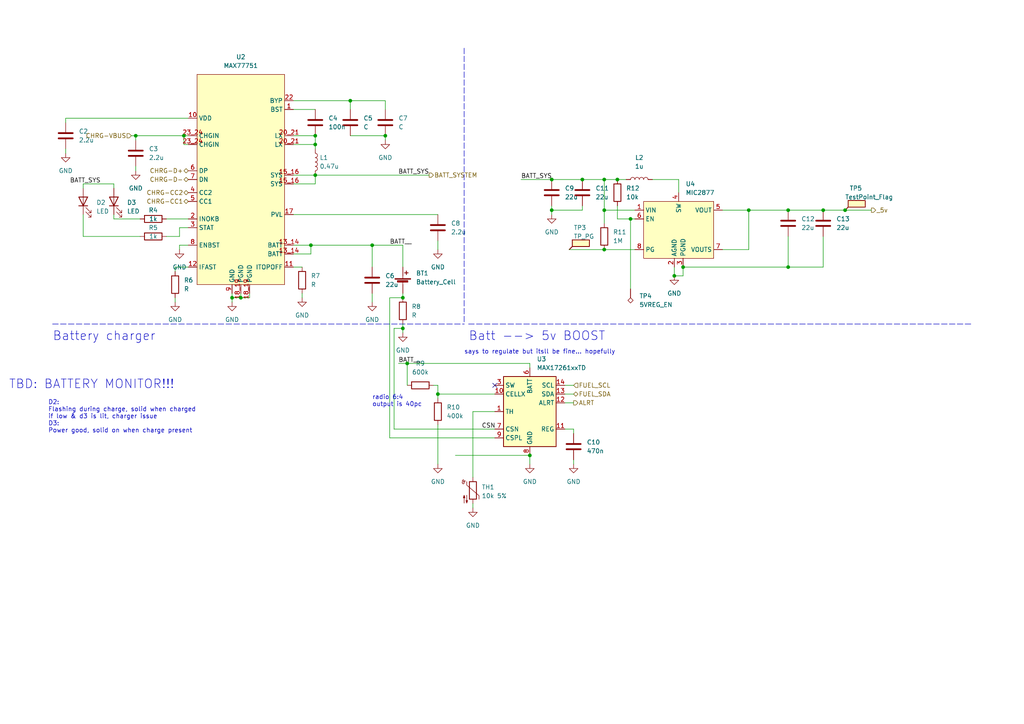
<source format=kicad_sch>
(kicad_sch (version 20211123) (generator eeschema)
  (paper "A4")
  (title_block (title "Battery / Power") (rev "indev.") (comment 1 "https://github.com/cinnamondev/gamepithing"))
  (lib_symbols
    (symbol "Battery_Management:MAX17261xxTD"
      (property "Reference" "U" (at -6.985 11.43 0))
      (property "Value" "MAX17261xxTD" (at 8.255 11.43 0))
      (symbol "MAX17261xxTD_0_1"
        (rectangle (start -7.62 10.16) (end 7.62 -10.16) (stroke (width 0.254)) (fill (type background)))
      )
      (symbol "MAX17261xxTD_1_1"
        (pin passive line (at -10.16 0 0) (length 2.54) (name "TH") (number "1"))
        (pin input line (at -10.16 5.08 0) (length 2.54) (name "CELLX") (number "10"))
        (pin power_out line (at 10.16 -5.08 180) (length 2.54) (name "REG") (number "11"))
        (pin open_collector line (at 10.16 2.54 180) (length 2.54) (name "ALRT") (number "12"))
        (pin bidirectional line (at 10.16 5.08 180) (length 2.54) (name "SDA") (number "13"))
        (pin input line (at 10.16 7.62 180) (length 2.54) (name "SCL") (number "14"))
        (pin passive line (at 0 -12.7 90) (length 2.54) hide (name "GND") (number "15"))
        (pin no_connect line (at 2.54 -10.16 90) (length 2.54) hide (name "NC") (number "2"))
        (pin output line (at -10.16 7.62 0) (length 2.54) (name "SW") (number "3"))
        (pin no_connect line (at -2.54 -10.16 90) (length 2.54) hide (name "NC") (number "4"))
        (pin no_connect line (at 5.08 -10.16 90) (length 2.54) hide (name "NC") (number "5"))
        (pin power_in line (at 0 12.7 270) (length 2.54) (name "BATT") (number "6"))
        (pin passive line (at -10.16 -5.08 0) (length 2.54) (name "CSN") (number "7"))
        (pin power_in line (at 0 -12.7 90) (length 2.54) (name "GND") (number "8"))
        (pin passive line (at -10.16 -7.62 0) (length 2.54) (name "CSPL") (number "9"))
      )
    )
    (symbol "CM4IO:MAX77751"
      (property "Reference" "U2" (at 0 19.05 0))
      (property "Value" "MAX77751" (at 0 16.51 0))
      (symbol "MAX77751_0_1"
        (rectangle (start -12.7 13.97) (end 12.7 -46.99) (stroke (width 0.1524)) (fill (type background)))
      )
      (symbol "MAX77751_1_1"
        (pin input line (at 15.24 3.81 180) (length 2.54) (name "BST") (number "1"))
        (pin power_in line (at -15.24 1.27 0) (length 2.54) (name "VDD") (number "10"))
        (pin input line (at 15.24 -41.91 180) (length 2.54) (name "ITOPOFF") (number "11"))
        (pin input line (at -15.24 -41.91 0) (length 2.54) (name "IFAST") (number "12"))
        (pin power_in line (at 15.24 -38.1 180) (length 2.54) (name "BATT") (number "13_14"))
        (pin power_in line (at 15.24 -35.56 180) (length 2.54) (name "BATT") (number "13_14"))
        (pin power_out line (at 15.24 -17.78 180) (length 2.54) (name "SYS") (number "15_16"))
        (pin power_out line (at 15.24 -15.24 180) (length 2.54) (name "SYS") (number "15_16"))
        (pin input line (at 15.24 -26.67 180) (length 2.54) (name "PVL") (number "17"))
        (pin power_in line (at 0 -49.53 90) (length 2.54) (name "PGND") (number "18_19"))
        (pin power_in line (at 2.54 -49.53 90) (length 2.54) (name "PGND") (number "18_19"))
        (pin output line (at -15.24 -27.94 0) (length 2.54) (name "INOKB") (number "2"))
        (pin input line (at 15.24 -6.35 180) (length 2.54) (name "LX") (number "20_21"))
        (pin input line (at 15.24 -3.81 180) (length 2.54) (name "LX") (number "20_21"))
        (pin input line (at 15.24 6.35 180) (length 2.54) (name "BYP") (number "22"))
        (pin power_in line (at -15.24 -6.35 0) (length 2.54) (name "CHGIN") (number "23_24"))
        (pin power_in line (at -15.24 -3.81 0) (length 2.54) (name "CHGIN") (number "23_24"))
        (pin output line (at -15.24 -30.48 0) (length 2.54) (name "STAT") (number "3"))
        (pin input line (at -15.24 -20.32 0) (length 2.54) (name "CC2") (number "4"))
        (pin input line (at -15.24 -22.86 0) (length 2.54) (name "CC1") (number "5"))
        (pin input line (at -15.24 -13.97 0) (length 2.54) (name "DP") (number "6"))
        (pin input line (at -15.24 -16.51 0) (length 2.54) (name "DN") (number "7"))
        (pin input line (at -15.24 -35.56 0) (length 2.54) (name "ENBST") (number "8"))
        (pin power_in line (at -2.54 -49.53 90) (length 2.54) (name "GND") (number "9"))
      )
    )
    (symbol "CM4IO:MIC2877"
      (property "Reference" "U" (at 0 0 0))
      (property "Value" "MIC2877" (at 0 0 0))
      (symbol "MIC2877_0_1"
        (rectangle (start -10.16 -1.27) (end 10.16 -17.78) (fill (type background)))
      )
      (symbol "MIC2877_1_1"
        (pin power_in line (at -12.7 -3.81 0) (length 2.54) (name "VIN") (number "1"))
        (pin power_in line (at -1.27 -20.32 90) (length 2.54) (name "AGND") (number "2"))
        (pin power_in line (at 1.27 -20.32 90) (length 2.54) (name "PGND") (number "3"))
        (pin power_out line (at 0 1.27 270) (length 2.54) (name "SW") (number "4"))
        (pin power_out line (at 12.7 -3.81 180) (length 2.54) (name "VOUT") (number "5"))
        (pin input line (at -12.7 -6.35 0) (length 2.54) (name "EN") (number "6"))
        (pin power_out line (at 12.7 -15.24 180) (length 2.54) (name "VOUTS") (number "7"))
        (pin input line (at -12.7 -15.24 0) (length 2.54) (name "PG") (number "8"))
      )
    )
    (symbol "Connector:TestPoint_Alt" (pin_numbers hide) (pin_names (offset 0.762) hide)
      (property "Reference" "TP" (at 0 6.858 0))
      (property "Value" "TestPoint_Alt" (at 0 5.08 0))
      (symbol "TestPoint_Alt_0_1"
        (polyline (pts (xy 0 2.54) (xy -0.762 3.302) (xy 0 4.064) (xy 0.762 3.302) (xy 0 2.54)))
      )
      (symbol "TestPoint_Alt_1_1"
        (pin passive line (at 0 0 90) (length 2.54) (name "1") (number "1"))
      )
    )
    (symbol "Connector:TestPoint_Flag" (pin_numbers hide) (pin_names (offset 0.762) hide)
      (property "Reference" "TP" (at 3.429 1.778 0))
      (property "Value" "TestPoint_Flag" (at 3.302 4.191 0))
      (symbol "TestPoint_Flag_0_1"
        (polyline (pts (xy 0 0) (xy 0.889 0.889)) (stroke (width 0.254)))
        (rectangle (start 0.889 2.794) (end 5.842 0.889) (stroke (width 0.254)) (fill (type background)))
      )
      (symbol "TestPoint_Flag_1_1"
        (pin passive line (at 0 0 90) (length 0) (name "1") (number "1"))
      )
    )
    (symbol "Device:Battery_Cell" (pin_numbers hide) (pin_names (offset 0) hide)
      (property "Reference" "BT" (at 2.54 2.54 0))
      (property "Value" "Battery_Cell" (at 2.54 0 0))
      (symbol "Battery_Cell_0_1"
        (rectangle (start -2.286 1.778) (end 2.286 1.524) (fill (type outline)))
        (rectangle (start -1.5748 1.1938) (end 1.4732 0.6858) (fill (type outline)))
        (polyline (pts (xy 0 0.762) (xy 0 0)))
        (polyline (pts (xy 0 1.778) (xy 0 2.54)))
        (polyline (pts (xy 0.508 3.429) (xy 1.524 3.429)) (stroke (width 0.254)))
        (polyline (pts (xy 1.016 3.937) (xy 1.016 2.921)) (stroke (width 0.254)))
      )
      (symbol "Battery_Cell_1_1"
        (pin passive line (at 0 5.08 270) (length 2.54) (name "+") (number "1"))
        (pin passive line (at 0 -2.54 90) (length 2.54) (name "-") (number "2"))
      )
    )
    (symbol "Device:C" (pin_numbers hide) (pin_names (offset 0.254))
      (property "Reference" "C" (at 0.635 2.54 0))
      (property "Value" "C" (at 0.635 -2.54 0))
      (symbol "C_0_1"
        (polyline (pts (xy -2.032 -0.762) (xy 2.032 -0.762)) (stroke (width 0.508)))
        (polyline (pts (xy -2.032 0.762) (xy 2.032 0.762)) (stroke (width 0.508)))
      )
      (symbol "C_1_1"
        (pin passive line (at 0 3.81 270) (length 2.794) (name "~") (number "1"))
        (pin passive line (at 0 -3.81 90) (length 2.794) (name "~") (number "2"))
      )
    )
    (symbol "Device:L" (pin_numbers hide) (pin_names (offset 1.016) hide)
      (property "Reference" "L" (at -1.27 0 90))
      (property "Value" "L" (at 1.905 0 90))
      (symbol "L_0_1"
        (arc (start 0 -2.54) (mid 0.635 -1.905) (end 0 -1.27))
        (arc (start 0 -1.27) (mid 0.635 -0.635) (end 0 0))
        (arc (start 0 0) (mid 0.635 0.635) (end 0 1.27))
        (arc (start 0 1.27) (mid 0.635 1.905) (end 0 2.54))
      )
      (symbol "L_1_1"
        (pin passive line (at 0 3.81 270) (length 1.27) (name "1") (number "1"))
        (pin passive line (at 0 -3.81 90) (length 1.27) (name "2") (number "2"))
      )
    )
    (symbol "Device:LED" (pin_numbers hide) (pin_names (offset 1.016) hide)
      (property "Reference" "D" (at 0 2.54 0))
      (property "Value" "LED" (at 0 -2.54 0))
      (symbol "LED_0_1"
        (polyline (pts (xy -1.27 -1.27) (xy -1.27 1.27)) (stroke (width 0.254)))
        (polyline (pts (xy -1.27 0) (xy 1.27 0)))
        (polyline (pts (xy 1.27 -1.27) (xy 1.27 1.27) (xy -1.27 0) (xy 1.27 -1.27)) (stroke (width 0.254)))
        (polyline (pts (xy -3.048 -0.762) (xy -4.572 -2.286) (xy -3.81 -2.286) (xy -4.572 -2.286) (xy -4.572 -1.524)))
        (polyline (pts (xy -1.778 -0.762) (xy -3.302 -2.286) (xy -2.54 -2.286) (xy -3.302 -2.286) (xy -3.302 -1.524)))
      )
      (symbol "LED_1_1"
        (pin passive line (at -3.81 0 0) (length 2.54) (name "K") (number "1"))
        (pin passive line (at 3.81 0 180) (length 2.54) (name "A") (number "2"))
      )
    )
    (symbol "Device:R" (pin_numbers hide) (pin_names (offset 0))
      (property "Reference" "R" (at 2.032 0 90))
      (property "Value" "R" (at 0 0 90))
      (symbol "R_0_1"
        (rectangle (start -1.016 -2.54) (end 1.016 2.54) (stroke (width 0.254)))
      )
      (symbol "R_1_1"
        (pin passive line (at 0 3.81 270) (length 1.27) (name "~") (number "1"))
        (pin passive line (at 0 -3.81 90) (length 1.27) (name "~") (number "2"))
      )
    )
    (symbol "Device:Thermistor_NTC" (pin_numbers hide) (pin_names (offset 0))
      (property "Reference" "TH" (at -4.445 0 90))
      (property "Value" "Thermistor_NTC" (at 3.175 0 90))
      (symbol "Thermistor_NTC_0_1"
        (arc (start -3.048 2.159) (mid -3.0505 2.3165) (end -3.175 2.413))
        (arc (start -3.048 2.159) (mid -2.9736 1.9794) (end -2.794 1.905))
        (arc (start -3.048 2.794) (mid -2.9736 2.6144) (end -2.794 2.54))
        (arc (start -2.794 1.905) (mid -2.6144 1.9794) (end -2.54 2.159))
        (arc (start -2.794 2.54) (mid -2.434 2.5608) (end -2.159 2.794))
        (arc (start -2.794 3.048) (mid -2.9736 2.9736) (end -3.048 2.794))
        (arc (start -2.54 2.794) (mid -2.6144 2.9736) (end -2.794 3.048))
        (rectangle (start -1.016 2.54) (end 1.016 -2.54) (stroke (width 0.254)))
        (polyline (pts (xy -2.54 2.159) (xy -2.54 2.794)))
        (polyline (pts (xy -1.778 2.54) (xy -1.778 1.524) (xy 1.778 -1.524) (xy 1.778 -2.54)))
        (polyline (pts (xy -2.54 -3.683) (xy -2.54 -1.397) (xy -2.794 -2.159) (xy -2.286 -2.159) (xy -2.54 -1.397) (xy -2.54 -1.651)) (fill (type outline)))
        (polyline (pts (xy -1.778 -1.397) (xy -1.778 -3.683) (xy -2.032 -2.921) (xy -1.524 -2.921) (xy -1.778 -3.683) (xy -1.778 -3.429)) (fill (type outline)))
      )
      (symbol "Thermistor_NTC_1_1"
        (pin passive line (at 0 3.81 270) (length 1.27) (name "~") (number "1"))
        (pin passive line (at 0 -3.81 90) (length 1.27) (name "~") (number "2"))
      )
    )
    (symbol "power:GND" (power) (pin_names (offset 0))
      (property "Value" "GND" (at 0 -3.81 0))
      (symbol "GND_0_1"
        (polyline (pts (xy 0 0) (xy 0 -1.27) (xy 1.27 -1.27) (xy 0 -2.54) (xy -1.27 -1.27) (xy 0 -1.27)))
      )
      (symbol "GND_1_1"
        (pin power_in line (at 0 0 270) (length 0) hide (name "GND") (number "1"))
      )
    )
  )
  (junction (at 39.37 39.37))
  (junction (at 116.84 86.36))
  (junction (at 153.67 132.08))
  (junction (at 182.88 63.5))
  (junction (at 245.11 60.96))
  (junction (at 101.6 29.21))
  (junction (at 168.91 52.07))
  (junction (at 116.84 95.25))
  (junction (at 175.26 52.07))
  (junction (at 175.26 72.39))
  (junction (at 53.34 39.37))
  (junction (at 195.58 80.01))
  (junction (at 118.11 105.41))
  (junction (at 160.02 52.07))
  (junction (at 69.85 86.36))
  (junction (at 67.31 86.36))
  (junction (at 179.07 52.07))
  (junction (at 127 114.3))
  (junction (at 91.44 41.91))
  (junction (at 175.26 60.96))
  (junction (at 198.12 77.47))
  (junction (at 91.44 39.37))
  (junction (at 107.95 71.12))
  (junction (at 91.44 50.8))
  (junction (at 160.02 60.96))
  (junction (at 228.6 60.96))
  (junction (at 111.76 39.37))
  (junction (at 228.6 77.47))
  (junction (at 238.76 60.96))
  (junction (at 90.17 71.12))
  (junction (at 217.17 60.96))
  (no_connect (at 143.51 111.76))
  (wire (pts (xy 39.37 39.37) (xy 53.34 39.37)))
  (wire (pts (xy 69.85 86.36) (xy 67.31 86.36)))
  (wire (pts (xy 189.23 52.07) (xy 196.85 52.07)))
  (wire (pts (xy 228.6 60.96) (xy 238.76 60.96)))
  (wire (pts (xy 85.09 29.21) (xy 101.6 29.21)))
  (wire (pts (xy 72.39 86.36) (xy 69.85 86.36)))
  (wire (pts (xy 19.05 35.56) (xy 19.05 34.29)))
  (wire (pts (xy 163.83 116.84) (xy 166.37 116.84)))
  (wire (pts (xy 40.64 63.5) (xy 33.02 63.5)))
  (wire (pts (xy 67.31 85.09) (xy 67.31 86.36)))
  (polyline (pts (xy 134.62 13.97) (xy 134.62 93.98)))
  (wire (pts (xy 114.3 124.46) (xy 114.3 95.25)))
  (wire (pts (xy 195.58 77.47) (xy 195.58 80.01)))
  (wire (pts (xy 127 111.76) (xy 127 114.3)))
  (wire (pts (xy 85.09 53.34) (xy 91.44 53.34)))
  (wire (pts (xy 107.95 71.12) (xy 107.95 77.47)))
  (wire (pts (xy 125.73 111.76) (xy 127 111.76)))
  (wire (pts (xy 33.02 63.5) (xy 33.02 62.23)))
  (wire (pts (xy 113.03 127) (xy 143.51 127)))
  (wire (pts (xy 175.26 52.07) (xy 179.07 52.07)))
  (wire (pts (xy 160.02 52.07) (xy 168.91 52.07)))
  (wire (pts (xy 182.88 63.5) (xy 184.15 63.5)))
  (wire (pts (xy 137.16 119.38) (xy 143.51 119.38)))
  (wire (pts (xy 168.91 60.96) (xy 160.02 60.96)))
  (wire (pts (xy 228.6 77.47) (xy 198.12 77.47)))
  (wire (pts (xy 127 69.85) (xy 127 72.39)))
  (wire (pts (xy 53.34 39.37) (xy 54.61 39.37)))
  (wire (pts (xy 101.6 39.37) (xy 111.76 39.37)))
  (wire (pts (xy 118.11 105.41) (xy 118.11 111.76)))
  (wire (pts (xy 179.07 52.07) (xy 181.61 52.07)))
  (wire (pts (xy 175.26 60.96) (xy 175.26 64.77)))
  (wire (pts (xy 90.17 73.66) (xy 90.17 71.12)))
  (wire (pts (xy 175.26 72.39) (xy 184.15 72.39)))
  (wire (pts (xy 127 114.3) (xy 143.51 114.3)))
  (wire (pts (xy 54.61 41.91) (xy 53.34 41.91)))
  (wire (pts (xy 238.76 77.47) (xy 228.6 77.47)))
  (wire (pts (xy 85.09 39.37) (xy 91.44 39.37)))
  (wire (pts (xy 111.76 29.21) (xy 111.76 31.75)))
  (wire (pts (xy 166.37 124.46) (xy 166.37 125.73)))
  (wire (pts (xy 54.61 77.47) (xy 50.8 77.47)))
  (wire (pts (xy 52.07 71.12) (xy 52.07 72.39)))
  (wire (pts (xy 166.37 114.3) (xy 163.83 114.3)))
  (wire (pts (xy 85.09 77.47) (xy 87.63 77.47)))
  (wire (pts (xy 198.12 77.47) (xy 198.12 80.01)))
  (wire (pts (xy 115.57 105.41) (xy 118.11 105.41)))
  (wire (pts (xy 107.95 71.12) (xy 116.84 71.12)))
  (wire (pts (xy 72.39 85.09) (xy 72.39 86.36)))
  (wire (pts (xy 168.91 52.07) (xy 175.26 52.07)))
  (wire (pts (xy 165.1 72.39) (xy 175.26 72.39)))
  (wire (pts (xy 114.3 95.25) (xy 116.84 95.25)))
  (wire (pts (xy 91.44 39.37) (xy 91.44 41.91)))
  (wire (pts (xy 116.84 86.36) (xy 113.03 86.36)))
  (polyline (pts (xy 15.24 93.98) (xy 134.62 93.98)))
  (wire (pts (xy 195.58 80.01) (xy 198.12 80.01)))
  (wire (pts (xy 107.95 85.09) (xy 107.95 87.63)))
  (wire (pts (xy 116.84 71.12) (xy 116.84 77.47)))
  (wire (pts (xy 50.8 77.47) (xy 50.8 78.74)))
  (wire (pts (xy 143.51 124.46) (xy 114.3 124.46)))
  (wire (pts (xy 137.16 146.05) (xy 137.16 147.32)))
  (wire (pts (xy 175.26 60.96) (xy 175.26 52.07)))
  (wire (pts (xy 163.83 124.46) (xy 166.37 124.46)))
  (wire (pts (xy 67.31 86.36) (xy 67.31 87.63)))
  (wire (pts (xy 116.84 86.36) (xy 116.84 85.09)))
  (wire (pts (xy 85.09 71.12) (xy 90.17 71.12)))
  (wire (pts (xy 153.67 132.08) (xy 153.67 134.62)))
  (wire (pts (xy 116.84 96.52) (xy 116.84 95.25)))
  (wire (pts (xy 85.09 31.75) (xy 91.44 31.75)))
  (wire (pts (xy 217.17 72.39) (xy 217.17 60.96)))
  (wire (pts (xy 19.05 34.29) (xy 54.61 34.29)))
  (wire (pts (xy 184.15 60.96) (xy 175.26 60.96)))
  (wire (pts (xy 87.63 85.09) (xy 87.63 86.36)))
  (wire (pts (xy 91.44 50.8) (xy 124.46 50.8)))
  (wire (pts (xy 52.07 66.04) (xy 54.61 66.04)))
  (wire (pts (xy 101.6 29.21) (xy 101.6 31.75)))
  (wire (pts (xy 91.44 41.91) (xy 91.44 43.18)))
  (wire (pts (xy 182.88 83.82) (xy 182.88 63.5)))
  (wire (pts (xy 245.11 60.96) (xy 252.73 60.96)))
  (wire (pts (xy 179.07 59.69) (xy 179.07 63.5)))
  (wire (pts (xy 39.37 48.26) (xy 39.37 49.53)))
  (wire (pts (xy 196.85 52.07) (xy 196.85 55.88)))
  (wire (pts (xy 228.6 68.58) (xy 228.6 77.47)))
  (wire (pts (xy 179.07 63.5) (xy 182.88 63.5)))
  (wire (pts (xy 39.37 39.37) (xy 39.37 40.64)))
  (wire (pts (xy 48.26 63.5) (xy 54.61 63.5)))
  (wire (pts (xy 50.8 86.36) (xy 50.8 87.63)))
  (wire (pts (xy 90.17 71.12) (xy 107.95 71.12)))
  (wire (pts (xy 166.37 133.35) (xy 166.37 134.62)))
  (wire (pts (xy 168.91 59.69) (xy 168.91 60.96)))
  (wire (pts (xy 127 114.3) (xy 127 115.57)))
  (wire (pts (xy 101.6 29.21) (xy 111.76 29.21)))
  (wire (pts (xy 111.76 39.37) (xy 111.76 40.64)))
  (wire (pts (xy 53.34 41.91) (xy 53.34 39.37)))
  (wire (pts (xy 54.61 71.12) (xy 52.07 71.12)))
  (wire (pts (xy 166.37 111.76) (xy 163.83 111.76)))
  (wire (pts (xy 52.07 68.58) (xy 52.07 66.04)))
  (wire (pts (xy 69.85 85.09) (xy 69.85 86.36)))
  (wire (pts (xy 85.09 62.23) (xy 127 62.23)))
  (wire (pts (xy 116.84 95.25) (xy 116.84 93.98)))
  (wire (pts (xy 19.05 43.18) (xy 19.05 44.45)))
  (wire (pts (xy 91.44 53.34) (xy 91.44 50.8)))
  (wire (pts (xy 153.67 105.41) (xy 153.67 106.68)))
  (polyline (pts (xy 135.89 93.98) (xy 281.94 93.98)))
  (wire (pts (xy 209.55 72.39) (xy 217.17 72.39)))
  (wire (pts (xy 85.09 41.91) (xy 91.44 41.91)))
  (wire (pts (xy 209.55 60.96) (xy 217.17 60.96)))
  (wire (pts (xy 85.09 73.66) (xy 90.17 73.66)))
  (wire (pts (xy 24.13 62.23) (xy 24.13 68.58)))
  (wire (pts (xy 113.03 86.36) (xy 113.03 127)))
  (wire (pts (xy 24.13 53.34) (xy 33.02 53.34)))
  (wire (pts (xy 160.02 62.23) (xy 160.02 60.96)))
  (wire (pts (xy 238.76 60.96) (xy 245.11 60.96)))
  (wire (pts (xy 151.13 52.07) (xy 160.02 52.07)))
  (wire (pts (xy 33.02 53.34) (xy 33.02 54.61)))
  (wire (pts (xy 85.09 50.8) (xy 91.44 50.8)))
  (wire (pts (xy 24.13 68.58) (xy 40.64 68.58)))
  (wire (pts (xy 38.1 39.37) (xy 39.37 39.37)))
  (wire (pts (xy 132.08 132.08) (xy 153.67 132.08)))
  (wire (pts (xy 137.16 138.43) (xy 137.16 119.38)))
  (wire (pts (xy 127 123.19) (xy 127 134.62)))
  (wire (pts (xy 217.17 60.96) (xy 228.6 60.96)))
  (wire (pts (xy 48.26 68.58) (xy 52.07 68.58)))
  (wire (pts (xy 24.13 54.61) (xy 24.13 53.34)))
  (wire (pts (xy 160.02 60.96) (xy 160.02 59.69)))
  (wire (pts (xy 238.76 68.58) (xy 238.76 77.47)))
  (wire (pts (xy 118.11 105.41) (xy 153.67 105.41)))
  (text "Batt --> 5v BOOST" (at 135.89 99.06 0) (effects (font (size 2.54 2.54)) (justify left bottom)))
  (text "Battery charger" (at 15.24 99.06 0) (effects (font (size 2.54 2.54)) (justify left bottom)))
  (text "Switching start/reboot circuit\nInitial state: GLOBAL_EN high" (at 111.76 -29.21 0) (effects (font (size 1.27 1.27)) (justify left bottom)))
  (text "says to regulate but itsll be fine... hopefully" (at 134.62 102.87 0) (effects (font (size 1.27 1.27)) (justify left bottom)))
  (text "TBD: BATTERY MONITOR!!!" (at 2.54 113.03 0) (effects (font (size 2.54 2.54)) (justify left bottom)))
  (text "radio 6:4\noutput is 40pc\n" (at 107.95 118.11 0) (effects (font (size 1.27 1.27)) (justify left bottom)))
  (text "511-STEF05PUR\n\nIntegrate for EFUSE CURRENT PROTECTION!!" (at 86.36 -1.27 0) (effects (font (size 1.27 1.27)) (justify left bottom)))
  (text "D2:\nFlashing during charge, solid when charged\nif low & d3 is lit, charger issue\nD3:\nPower good, solid on when charge present\n" (at 13.97 125.73 0) (effects (font (size 1.27 1.27)) (justify left bottom)))
  (label "CSN" (at 139.7 124.46 0))
  (label "BATT_SYS" (at 29.21 53.34 180))
  (label "BATT__" (at 113.03 71.12 0))
  (label "BATT_SYS" (at 151.13 52.07 0))
  (label "BATT__" (at 115.57 105.41 0))
  (label "BATT_SYS" (at 124.46 50.8 180))
  (hierarchical_label "CHRG-CC1" (shape bidirectional) (at 54.61 58.42 180))
  (hierarchical_label "FUEL_SDA" (shape bidirectional) (at 166.37 114.3 0))
  (hierarchical_label "CHRG-D-" (shape bidirectional) (at 54.61 52.07 180))
  (hierarchical_label "CHRG-VBUS" (shape input) (at 38.1 39.37 180))
  (hierarchical_label "FUEL_SCL" (shape input) (at 166.37 111.76 0))
  (hierarchical_label "ALRT" (shape output) (at 166.37 116.84 0))
  (hierarchical_label "CHRG-CC2" (shape bidirectional) (at 54.61 55.88 180))
  (hierarchical_label "_5v" (shape output) (at 252.73 60.96 0))
  (hierarchical_label "CHRG-D+" (shape bidirectional) (at 54.61 49.53 180))
  (hierarchical_label "BATT_SYSTEM" (shape output) (at 124.46 50.8 0))
  (symbol (lib_id "Device:Battery_Cell") (at 116.84 82.55 0) (unit 1)
    (property "Reference" "BT1" (at 120.65 79.2479 0) (effects (justify left)))
    (property "Value" "Battery_Cell" (at 120.65 81.7879 0) (effects (justify left)))
    (property "Footprint" "Connector_JST:JST_XH_S2B-XH-A_1x02_P2.50mm_Horizontal" (effects hide))
  )
  (symbol (lib_id "power:GND") (at 195.58 80.01 0) (unit 1)
    (property "Reference" "#PWR021" (effects hide))
    (property "Value" "GND" (at 195.58 85.09 0))
  )
  (symbol (lib_id "Battery_Management:MAX17261xxTD") (at 153.67 119.38 0) (unit 1)
    (property "Reference" "U3" (at 155.6894 104.14 0) (effects (justify left)))
    (property "Value" "MAX17261xxTD" (at 155.6894 106.68 0) (effects (justify left)))
    (property "Footprint" "Package_DFN_QFN:TDFN-14-1EP_3x3mm_P0.4mm_EP1.78x2.35mm" (effects hide))
    (property "Datasheet" "https://datasheets.maximintegrated.com/en/ds/MAX17261.pdf" (effects hide))
  )
  (symbol (lib_id "power:GND") (at 87.63 86.36 0) (unit 1)
    (property "Reference" "#PWR011" (effects hide))
    (property "Value" "GND" (at 87.63 91.44 0))
  )
  (symbol (lib_id "power:GND") (at 116.84 96.52 0) (unit 1)
    (property "Reference" "#PWR014" (effects hide))
    (property "Value" "GND" (at 116.84 101.6 0))
  )
  (symbol (lib_id "Device:L") (at 91.44 46.99 0) (unit 1)
    (property "Reference" "L1" (at 92.71 45.7199 0) (effects (justify left)))
    (property "Value" "0.47u" (at 92.71 48.2599 0) (effects (justify left)))
    (property "Footprint" "Inductor_SMD:L_1008_2520Metric_Pad1.43x2.20mm_HandSolder" (effects hide))
  )
  (symbol (lib_id "CM4IO:MAX77751") (at 69.85 35.56 0) (unit 1)
    (property "Reference" "U2" (at 69.85 16.51 0))
    (property "Value" "MAX77751" (at 69.85 19.05 0))
    (property "Footprint" "CM4IO:IC_MAX77751FEFG+" (effects hide))
    (property "Datasheet" "https://www.mouser.co.uk/datasheet/2/256/MAX77751-1879090.pdf" (effects hide))
  )
  (symbol (lib_id "Connector:TestPoint_Flag") (at 165.1 72.39 0) (unit 1)
    (property "Reference" "TP3" (at 166.37 66.04 0) (effects (justify left)))
    (property "Value" "TP_PG" (at 166.37 68.58 0) (effects (justify left)))
    (property "Footprint" "TestPoint:TestPoint_THTPad_1.0x1.0mm_Drill0.5mm" (effects hide))
  )
  (symbol (lib_id "power:GND") (at 39.37 49.53 0) (unit 1)
    (property "Reference" "#PWR07" (effects hide))
    (property "Value" "GND" (at 39.37 54.61 0))
  )
  (symbol (lib_id "Device:C") (at 101.6 35.56 0) (unit 1)
    (property "Reference" "C5" (at 105.41 34.2899 0) (effects (justify left)))
    (property "Value" "C" (at 105.41 36.8299 0) (effects (justify left)))
    (property "Footprint" "Capacitor_SMD:C_0805_2012Metric_Pad1.18x1.45mm_HandSolder" (effects hide))
  )
  (symbol (lib_id "Connector:TestPoint_Alt") (at 182.88 83.82 180) (unit 1)
    (property "Reference" "TP4" (at 185.42 85.8519 0) (effects (justify right)))
    (property "Value" "5VREG_EN" (at 185.42 88.3919 0) (effects (justify right)))
    (property "Footprint" "TestPoint:TestPoint_THTPad_1.0x1.0mm_Drill0.5mm" (effects hide))
  )
  (symbol (lib_id "Device:C") (at 166.37 129.54 0) (unit 1)
    (property "Reference" "C10" (at 170.18 128.2699 0) (effects (justify left)))
    (property "Value" "470n" (at 170.18 130.8099 0) (effects (justify left)))
    (property "Footprint" "Capacitor_SMD:C_0603_1608Metric_Pad1.08x0.95mm_HandSolder" (effects hide))
  )
  (symbol (lib_id "Device:C") (at 107.95 81.28 0) (unit 1)
    (property "Reference" "C6" (at 111.76 80.0099 0) (effects (justify left)))
    (property "Value" "22u" (at 111.76 82.5499 0) (effects (justify left)))
    (property "Footprint" "Capacitor_SMD:C_0805_2012Metric_Pad1.18x1.45mm_HandSolder" (effects hide))
  )
  (symbol (lib_id "Device:L") (at 185.42 52.07 90) (unit 1)
    (property "Reference" "L2" (at 185.42 45.72 90))
    (property "Value" "1u" (at 185.42 48.26 90))
    (property "Footprint" "Inductor_SMD:L_1008_2520Metric_Pad1.43x2.20mm_HandSolder" (effects hide))
  )
  (symbol (lib_id "Device:LED") (at 24.13 58.42 90) (unit 1)
    (property "Reference" "D2" (at 27.94 58.7374 90) (effects (justify right)))
    (property "Value" "LED" (at 27.94 61.2774 90) (effects (justify right)))
    (property "Footprint" "LED_SMD:LED_0805_2012Metric_Pad1.15x1.40mm_HandSolder" (effects hide))
    (property "Field4" "https://www.mouser.co.uk/ProductDetail/Wurth-Elektronik/150080RS75000?qs=LlUlMxKIyB2jdCo7bnfgew%3D%3D" (effects hide))
  )
  (symbol (lib_id "Device:C") (at 111.76 35.56 0) (unit 1)
    (property "Reference" "C7" (at 115.57 34.2899 0) (effects (justify left)))
    (property "Value" "C" (at 115.57 36.8299 0) (effects (justify left)))
    (property "Footprint" "Capacitor_SMD:C_0805_2012Metric_Pad1.18x1.45mm_HandSolder" (effects hide))
  )
  (symbol (lib_id "Device:R") (at 87.63 81.28 0) (unit 1)
    (property "Reference" "R7" (at 90.17 80.0099 0) (effects (justify left)))
    (property "Value" "R" (at 90.17 82.5499 0) (effects (justify left)))
    (property "Footprint" "Resistor_SMD:R_0603_1608Metric_Pad0.98x0.95mm_HandSolder" (effects hide))
  )
  (symbol (lib_id "Device:R") (at 50.8 82.55 0) (unit 1)
    (property "Reference" "R6" (at 53.34 81.2799 0) (effects (justify left)))
    (property "Value" "R" (at 53.34 83.8199 0) (effects (justify left)))
    (property "Footprint" "Resistor_SMD:R_0603_1608Metric_Pad0.98x0.95mm_HandSolder" (effects hide))
  )
  (symbol (lib_id "Connector:TestPoint_Flag") (at 245.11 60.96 0) (unit 1)
    (property "Reference" "TP5" (at 246.38 54.61 0) (effects (justify left)))
    (property "Value" "TestPoint_Flag" (at 245.11 57.15 0) (effects (justify left)))
    (property "Footprint" "TestPoint:TestPoint_THTPad_1.0x1.0mm_Drill0.5mm" (effects hide))
  )
  (symbol (lib_id "Device:C") (at 19.05 39.37 0) (unit 1)
    (property "Reference" "C2" (at 22.86 38.0999 0) (effects (justify left)))
    (property "Value" "2.2u" (at 22.86 40.6399 0) (effects (justify left)))
    (property "Footprint" "Capacitor_SMD:C_0805_2012Metric_Pad1.18x1.45mm_HandSolder" (effects hide))
  )
  (symbol (lib_id "Device:R") (at 44.45 68.58 90) (unit 1)
    (property "Reference" "R5" (at 44.45 66.04 90))
    (property "Value" "1k" (at 44.45 68.58 90))
    (property "Footprint" "Resistor_SMD:R_0805_2012Metric_Pad1.20x1.40mm_HandSolder" (effects hide))
  )
  (symbol (lib_id "power:GND") (at 127 134.62 0) (unit 1)
    (property "Reference" "#PWR016" (effects hide))
    (property "Value" "GND" (at 127 139.7 0))
  )
  (symbol (lib_id "power:GND") (at 111.76 40.64 0) (unit 1)
    (property "Reference" "#PWR013" (effects hide))
    (property "Value" "GND" (at 111.76 45.72 0))
  )
  (symbol (lib_id "Device:LED") (at 33.02 58.42 90) (unit 1)
    (property "Reference" "D3" (at 36.83 58.7374 90) (effects (justify right)))
    (property "Value" "LED" (at 36.83 61.2774 90) (effects (justify right)))
    (property "Footprint" "LED_SMD:LED_0805_2012Metric_Pad1.15x1.40mm_HandSolder" (effects hide))
    (property "Field4" "https://www.mouser.co.uk/ProductDetail/Wurth-Elektronik/150080YS75000?qs=LlUlMxKIyB3k0fZGrDMI2w%3D%3D" (effects hide))
  )
  (symbol (lib_id "power:GND") (at 50.8 87.63 0) (unit 1)
    (property "Reference" "#PWR08" (effects hide))
    (property "Value" "GND" (at 50.8 92.71 0))
  )
  (symbol (lib_id "Device:R") (at 175.26 68.58 0) (unit 1)
    (property "Reference" "R11" (at 177.8 67.3099 0) (effects (justify left)))
    (property "Value" "1M" (at 177.8 69.8499 0) (effects (justify left)))
    (property "Footprint" "Resistor_SMD:R_0805_2012Metric_Pad1.20x1.40mm_HandSolder" (effects hide))
  )
  (symbol (lib_id "power:GND") (at 67.31 87.63 0) (unit 1)
    (property "Reference" "#PWR010" (effects hide))
    (property "Value" "GND" (at 67.31 92.71 0))
  )
  (symbol (lib_id "Device:C") (at 238.76 64.77 0) (unit 1)
    (property "Reference" "C13" (at 242.57 63.4999 0) (effects (justify left)))
    (property "Value" "22u" (at 242.57 66.0399 0) (effects (justify left)))
    (property "Footprint" "Capacitor_SMD:C_0805_2012Metric_Pad1.18x1.45mm_HandSolder" (effects hide))
  )
  (symbol (lib_id "Device:C") (at 228.6 64.77 0) (unit 1)
    (property "Reference" "C12" (at 232.41 63.4999 0) (effects (justify left)))
    (property "Value" "22u" (at 232.41 66.0399 0) (effects (justify left)))
    (property "Footprint" "Capacitor_SMD:C_0805_2012Metric_Pad1.18x1.45mm_HandSolder" (effects hide))
  )
  (symbol (lib_id "Device:C") (at 39.37 44.45 0) (unit 1)
    (property "Reference" "C3" (at 43.18 43.1799 0) (effects (justify left)))
    (property "Value" "2.2u" (at 43.18 45.7199 0) (effects (justify left)))
    (property "Footprint" "Capacitor_SMD:C_0805_2012Metric_Pad1.18x1.45mm_HandSolder" (effects hide))
  )
  (symbol (lib_id "Device:C") (at 127 66.04 0) (unit 1)
    (property "Reference" "C8" (at 130.81 64.7699 0) (effects (justify left)))
    (property "Value" "2.2u" (at 130.81 67.3099 0) (effects (justify left)))
    (property "Footprint" "Capacitor_SMD:C_0603_1608Metric_Pad1.08x0.95mm_HandSolder" (effects hide))
  )
  (symbol (lib_id "Device:Thermistor_NTC") (at 137.16 142.24 0) (unit 1)
    (property "Reference" "TH1" (at 139.7 141.2874 0) (effects (justify left)))
    (property "Value" "10k 5%" (at 139.7 143.8274 0) (effects (justify left)))
    (property "Footprint" "Resistor_SMD:R_0805_2012Metric_Pad1.20x1.40mm_HandSolder" (effects hide))
    (property "Datasheet" "https://product.tdk.com/system/files/dam/doc/product/sensor/ntc/chip-ntc-thermistor/catalog/tpd_commercial_ntc-thermistor_ntcg_en.pdf" (effects hide))
  )
  (symbol (lib_id "power:GND") (at 19.05 44.45 0) (unit 1)
    (property "Reference" "#PWR06" (effects hide))
    (property "Value" "GND" (at 19.05 49.53 0))
  )
  (symbol (lib_id "Device:R") (at 44.45 63.5 90) (unit 1)
    (property "Reference" "R4" (at 44.45 60.96 90))
    (property "Value" "1k" (at 44.45 63.5 90))
    (property "Footprint" "Resistor_SMD:R_0805_2012Metric_Pad1.20x1.40mm_HandSolder" (effects hide))
  )
  (symbol (lib_id "power:GND") (at 137.16 147.32 0) (unit 1)
    (property "Reference" "#PWR017" (effects hide))
    (property "Value" "GND" (at 137.16 152.4 0))
  )
  (symbol (lib_id "power:GND") (at 107.95 87.63 0) (unit 1)
    (property "Reference" "#PWR012" (effects hide))
    (property "Value" "GND" (at 107.95 92.71 0))
  )
  (symbol (lib_id "Device:R") (at 179.07 55.88 0) (unit 1)
    (property "Reference" "R12" (at 181.61 54.6099 0) (effects (justify left)))
    (property "Value" "10k" (at 181.61 57.1499 0) (effects (justify left)))
    (property "Footprint" "Resistor_SMD:R_0805_2012Metric_Pad1.20x1.40mm_HandSolder" (effects hide))
  )
  (symbol (lib_id "power:GND") (at 166.37 134.62 0) (unit 1)
    (property "Reference" "#PWR020" (effects hide))
    (property "Value" "GND" (at 166.37 139.7 0))
  )
  (symbol (lib_id "power:GND") (at 160.02 62.23 0) (unit 1)
    (property "Reference" "#PWR019" (effects hide))
    (property "Value" "GND" (at 160.02 67.31 0))
  )
  (symbol (lib_id "power:GND") (at 127 72.39 0) (unit 1)
    (property "Reference" "#PWR015" (effects hide))
    (property "Value" "GND" (at 127 77.47 0))
  )
  (symbol (lib_id "CM4IO:MIC2877") (at 196.85 57.15 0) (unit 1)
    (property "Reference" "U4" (at 198.8694 53.34 0) (effects (justify left)))
    (property "Value" "MIC2877" (at 198.8694 55.88 0) (effects (justify left)))
    (property "Footprint" "CM4IO:MIC2877-AYFT-TR" (effects hide))
    (property "Datasheet" "https://ww1.microchip.com/downloads/en/DeviceDoc/20005873A.pdf" (effects hide))
  )
  (symbol (lib_id "Device:R") (at 116.84 90.17 0) (unit 1)
    (property "Reference" "R8" (at 119.38 88.8999 0) (effects (justify left)))
    (property "Value" "R" (at 119.38 91.4399 0) (effects (justify left)))
    (property "Footprint" "Resistor_SMD:R_0805_2012Metric_Pad1.20x1.40mm_HandSolder" (effects hide))
  )
  (symbol (lib_id "Device:R") (at 127 119.38 0) (unit 1)
    (property "Reference" "R10" (at 129.54 118.1099 0) (effects (justify left)))
    (property "Value" "400k" (at 129.54 120.6499 0) (effects (justify left)))
    (property "Footprint" "Resistor_SMD:R_0603_1608Metric_Pad0.98x0.95mm_HandSolder" (effects hide))
  )
  (symbol (lib_id "Device:C") (at 160.02 55.88 0) (unit 1)
    (property "Reference" "C9" (at 163.83 54.6099 0) (effects (justify left)))
    (property "Value" "22u" (at 163.83 57.1499 0) (effects (justify left)))
    (property "Footprint" "Capacitor_SMD:C_0805_2012Metric_Pad1.18x1.45mm_HandSolder" (effects hide))
  )
  (symbol (lib_id "Device:C") (at 91.44 35.56 0) (unit 1)
    (property "Reference" "C4" (at 95.25 34.2899 0) (effects (justify left)))
    (property "Value" "100n" (at 95.25 36.8299 0) (effects (justify left)))
    (property "Footprint" "Capacitor_SMD:C_0805_2012Metric_Pad1.18x1.45mm_HandSolder" (effects hide))
  )
  (symbol (lib_id "power:GND") (at 153.67 134.62 0) (unit 1)
    (property "Reference" "#PWR018" (effects hide))
    (property "Value" "GND" (at 153.67 139.7 0))
  )
  (symbol (lib_id "Device:R") (at 121.92 111.76 90) (unit 1)
    (property "Reference" "R9" (at 121.92 105.41 90))
    (property "Value" "600k" (at 121.92 107.95 90))
    (property "Footprint" "Resistor_SMD:R_0603_1608Metric_Pad0.98x0.95mm_HandSolder" (effects hide))
  )
  (symbol (lib_id "Device:C") (at 168.91 55.88 0) (unit 1)
    (property "Reference" "C11" (at 172.72 54.6099 0) (effects (justify left)))
    (property "Value" "22u" (at 172.72 57.1499 0) (effects (justify left)))
    (property "Footprint" "Capacitor_SMD:C_0805_2012Metric_Pad1.18x1.45mm_HandSolder" (effects hide))
  )
  (symbol (lib_id "power:GND") (at 52.07 72.39 0) (unit 1)
    (property "Reference" "#PWR09" (effects hide))
    (property "Value" "GND" (at 52.07 77.47 0))
  )
)
</source>
